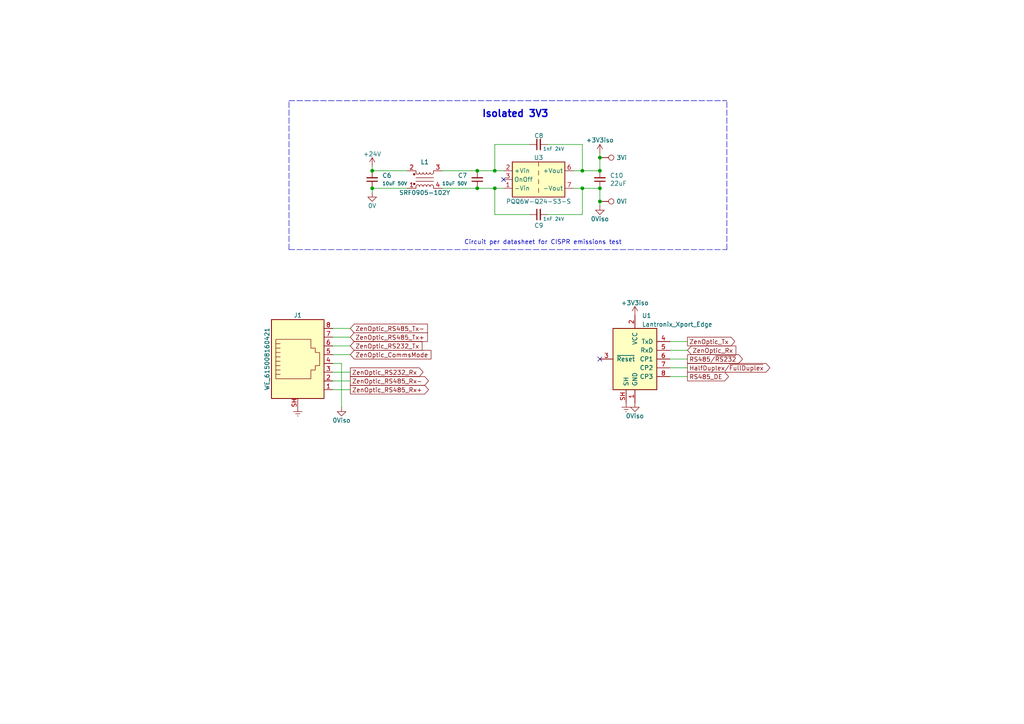
<source format=kicad_sch>
(kicad_sch (version 20211123) (generator eeschema)
  (paper "A4")
  (lib_symbols
    (symbol "Connector:8P8C_Shielded" (pin_names (offset 1.016))
      (property "Reference" "J" (at -5.08 13.97 0))
      (property "Value" "8P8C_Shielded" (at 2.54 13.97 0))
      (symbol "8P8C_Shielded_0_1"
        (polyline (pts (xy -5.08 4.445) (xy -6.35 4.445)))
        (polyline (pts (xy -5.08 5.715) (xy -6.35 5.715)))
        (polyline (pts (xy -6.35 -3.175) (xy -5.08 -3.175) (xy -5.08 -3.175)))
        (polyline (pts (xy -6.35 -1.905) (xy -5.08 -1.905) (xy -5.08 -1.905)))
        (polyline (pts (xy -6.35 -0.635) (xy -5.08 -0.635) (xy -5.08 -0.635)))
        (polyline (pts (xy -6.35 0.635) (xy -5.08 0.635) (xy -5.08 0.635)))
        (polyline (pts (xy -6.35 1.905) (xy -5.08 1.905) (xy -5.08 1.905)))
        (polyline (pts (xy -5.08 3.175) (xy -6.35 3.175) (xy -6.35 3.175)))
        (polyline (pts (xy -6.35 -4.445) (xy -6.35 6.985) (xy 3.81 6.985) (xy 3.81 4.445) (xy 5.08 4.445) (xy 5.08 3.175) (xy 6.35 3.175) (xy 6.35 -0.635) (xy 5.08 -0.635) (xy 5.08 -1.905) (xy 3.81 -1.905) (xy 3.81 -4.445) (xy -6.35 -4.445) (xy -6.35 -4.445)))
        (rectangle (start 7.62 12.7) (end -7.62 -10.16) (stroke (width 0.254)) (fill (type background)))
      )
      (symbol "8P8C_Shielded_1_1"
        (pin passive line (at 10.16 -7.62 180) (length 2.54) (name "~") (number "1"))
        (pin passive line (at 10.16 -5.08 180) (length 2.54) (name "~") (number "2"))
        (pin passive line (at 10.16 -2.54 180) (length 2.54) (name "~") (number "3"))
        (pin passive line (at 10.16 0 180) (length 2.54) (name "~") (number "4"))
        (pin passive line (at 10.16 2.54 180) (length 2.54) (name "~") (number "5"))
        (pin passive line (at 10.16 5.08 180) (length 2.54) (name "~") (number "6"))
        (pin passive line (at 10.16 7.62 180) (length 2.54) (name "~") (number "7"))
        (pin passive line (at 10.16 10.16 180) (length 2.54) (name "~") (number "8"))
        (pin passive line (at 0 -12.7 90) (length 2.54) (name "~") (number "SH"))
      )
    )
    (symbol "Connector:TestPoint" (pin_numbers hide) (pin_names (offset 0.762) hide)
      (property "Reference" "TP" (at 0 6.858 0))
      (property "Value" "TestPoint" (at 0 5.08 0))
      (symbol "TestPoint_0_1"
        (circle (center 0 3.302) (radius 0.762))
      )
      (symbol "TestPoint_1_1"
        (pin passive line (at 0 0 90) (length 2.54) (name "1") (number "1"))
      )
    )
    (symbol "Converter_DCDC:ITQ2424SA"
      (property "Reference" "PS" (at -7.62 6.35 0))
      (property "Value" "ITQ2424SA" (at 1.27 6.35 0))
      (symbol "ITQ2424SA_0_0"
        (pin power_in line (at -10.16 -2.54 0) (length 2.54) (name "-Vin") (number "1"))
        (pin power_in line (at -10.16 2.54 0) (length 2.54) (name "+Vin") (number "2"))
        (pin input line (at -10.16 0 0) (length 2.54) (name "OnOff") (number "3"))
        (pin no_connect line (at 0 5.08 270) (length 2.54) hide (name "NC") (number "5"))
        (pin power_out line (at 10.16 2.54 180) (length 2.54) (name "+Vout") (number "6"))
        (pin power_out line (at 10.16 -2.54 180) (length 2.54) (name "-Vout") (number "7"))
        (pin no_connect line (at 7.62 0 180) (length 2.54) hide (name "NC") (number "8"))
      )
      (symbol "ITQ2424SA_0_1"
        (rectangle (start -7.62 5.08) (end 7.62 -5.08) (stroke (width 0.254)) (fill (type background)))
        (polyline (pts (xy 0 -2.54) (xy 0 -3.81)))
        (polyline (pts (xy 0 0) (xy 0 -1.27)))
        (polyline (pts (xy 0 2.54) (xy 0 1.27)))
        (polyline (pts (xy 0 5.08) (xy 0 3.81)))
      )
    )
    (symbol "Device:C_Small" (pin_numbers hide) (pin_names (offset 0.254) hide)
      (property "Reference" "C" (at 0.254 1.778 0))
      (property "Value" "C_Small" (at 0.254 -2.032 0))
      (symbol "C_Small_0_1"
        (polyline (pts (xy -1.524 -0.508) (xy 1.524 -0.508)) (stroke (width 0.3302)))
        (polyline (pts (xy -1.524 0.508) (xy 1.524 0.508)) (stroke (width 0.3048)))
      )
      (symbol "C_Small_1_1"
        (pin passive line (at 0 2.54 270) (length 2.032) (name "~") (number "1"))
        (pin passive line (at 0 -2.54 90) (length 2.032) (name "~") (number "2"))
      )
    )
    (symbol "Device:EMI_Filter_LL_1423" (pin_names hide)
      (property "Reference" "FL" (at 0 4.445 0))
      (property "Value" "Device_EMI_Filter_LL_1423" (at 0 -4.445 0))
      (symbol "EMI_Filter_LL_1423_0_1"
        (circle (center -3.048 -1.27) (radius 0.254) (fill (type outline)))
        (circle (center -3.048 1.524) (radius 0.254) (fill (type outline)))
        (arc (start -2.54 2.032) (mid -2.032 1.524) (end -1.524 2.032))
        (arc (start -1.524 -2.032) (mid -2.032 -1.524) (end -2.54 -2.032))
        (arc (start -1.524 2.032) (mid -1.016 1.524) (end -0.508 2.032))
        (arc (start -0.508 -2.032) (mid -1.016 -1.524) (end -1.524 -2.032))
        (arc (start -0.508 2.032) (mid 0 1.524) (end 0.508 2.032))
        (polyline (pts (xy -2.54 -2.032) (xy -2.54 -2.54)))
        (polyline (pts (xy -2.54 0.508) (xy 2.54 0.508)))
        (polyline (pts (xy -2.54 2.032) (xy -2.54 2.54)))
        (polyline (pts (xy 2.54 -2.032) (xy 2.54 -2.54)))
        (polyline (pts (xy 2.54 -0.508) (xy -2.54 -0.508)))
        (polyline (pts (xy 2.54 2.54) (xy 2.54 2.032)))
        (arc (start 0.508 -2.032) (mid 0 -1.524) (end -0.508 -2.032))
        (arc (start 0.508 2.032) (mid 1.016 1.524) (end 1.524 2.032))
        (arc (start 1.524 -2.032) (mid 1.016 -1.524) (end 0.508 -2.032))
        (arc (start 1.524 2.032) (mid 2.032 1.524) (end 2.54 2.032))
        (arc (start 2.54 -2.032) (mid 2.032 -1.524) (end 1.524 -2.032))
      )
      (symbol "EMI_Filter_LL_1423_1_1"
        (pin passive line (at -5.08 -2.54 0) (length 2.54) (name "1") (number "1"))
        (pin passive line (at -5.08 2.54 0) (length 2.54) (name "2") (number "2"))
        (pin passive line (at 5.08 2.54 180) (length 2.54) (name "3") (number "3"))
        (pin passive line (at 5.08 -2.54 180) (length 2.54) (name "4") (number "4"))
      )
    )
    (symbol "OWE-Modules:Lantronix_Xport_Edge" (pin_names (offset 1.016))
      (property "Reference" "U" (at -6.35 10.16 0))
      (property "Value" "Lantronix_Xport_Edge" (at 0 -15.24 0))
      (symbol "Lantronix_Xport_Edge_1_1"
        (rectangle (start -6.35 8.89) (end 6.35 -8.89) (stroke (width 0.254)) (fill (type background)))
        (pin passive line (at 0 -12.7 90) (length 3.81) (name "GND") (number "1"))
        (pin power_in line (at 0 12.7 270) (length 3.81) (name "VCC") (number "2"))
        (pin output line (at -10.16 0 0) (length 3.81) (name "~{Reset}") (number "3"))
        (pin output line (at 10.16 5.08 180) (length 3.81) (name "TxD") (number "4"))
        (pin output line (at 10.16 2.54 180) (length 3.81) (name "RxD") (number "5"))
        (pin output line (at 10.16 0 180) (length 3.81) (name "CP1") (number "6"))
        (pin output line (at 10.16 -2.54 180) (length 3.81) (name "CP2") (number "7"))
        (pin output line (at 10.16 -5.08 180) (length 3.81) (name "CP3") (number "8"))
        (pin passive line (at -2.54 -12.7 90) (length 3.81) (name "SH") (number "SH"))
      )
    )
    (symbol "OWE-PowerSymbols:+3V3iso" (power) (pin_names (offset 0))
      (property "Value" "+3V3iso" (at 0 3.556 0))
      (symbol "+3V3iso_0_1"
        (polyline (pts (xy -0.762 1.27) (xy 0 2.54)))
        (polyline (pts (xy 0 0) (xy 0 2.54)))
        (polyline (pts (xy 0 2.54) (xy 0.762 1.27)))
      )
      (symbol "+3V3iso_1_1"
        (pin power_in line (at 0 0 90) (length 0) hide (name "+3V3iso") (number "1"))
      )
    )
    (symbol "OWE-PowerSymbols:0V" (power) (pin_names (offset 0))
      (property "Value" "0V" (at 0 -3.81 0))
      (symbol "0V_0_1"
        (polyline (pts (xy 0 0) (xy 0 -1.27) (xy 1.27 -1.27) (xy 0 -2.54) (xy -1.27 -1.27) (xy 0 -1.27)))
      )
      (symbol "0V_1_1"
        (pin power_in line (at 0 0 270) (length 0) hide (name "0V") (number "1"))
      )
    )
    (symbol "OWE-PowerSymbols:0Viso" (power) (pin_names (offset 0))
      (property "Value" "0Viso" (at 0 -3.81 0))
      (symbol "0Viso_0_1"
        (polyline (pts (xy 0 0) (xy 0 -1.27) (xy 1.27 -1.27) (xy 0 -2.54) (xy -1.27 -1.27) (xy 0 -1.27)))
      )
      (symbol "0Viso_1_1"
        (pin power_in line (at 0 0 270) (length 0) hide (name "0Viso") (number "1"))
      )
    )
    (symbol "power:+24V" (power) (pin_names (offset 0))
      (property "Value" "+24V" (at 0 3.556 0))
      (symbol "+24V_0_1"
        (polyline (pts (xy -0.762 1.27) (xy 0 2.54)))
        (polyline (pts (xy 0 0) (xy 0 2.54)))
        (polyline (pts (xy 0 2.54) (xy 0.762 1.27)))
      )
      (symbol "+24V_1_1"
        (pin power_in line (at 0 0 90) (length 0) hide (name "+24V") (number "1"))
      )
    )
    (symbol "power:Earth" (power) (pin_names (offset 0))
      (symbol "Earth_0_1"
        (polyline (pts (xy -0.635 -1.905) (xy 0.635 -1.905)))
        (polyline (pts (xy -0.127 -2.54) (xy 0.127 -2.54)))
        (polyline (pts (xy 0 -1.27) (xy 0 0)))
        (polyline (pts (xy 1.27 -1.27) (xy -1.27 -1.27)))
      )
      (symbol "Earth_1_1"
        (pin power_in line (at 0 0 270) (length 0) hide (name "Earth") (number "1"))
      )
    )
  )
  (junction (at 173.99 58.42))
  (junction (at 107.95 54.61))
  (junction (at 143.51 49.53))
  (junction (at 173.99 54.61))
  (junction (at 173.99 49.53))
  (junction (at 168.91 49.53))
  (junction (at 143.51 54.61))
  (junction (at 173.99 45.72))
  (junction (at 138.43 49.53))
  (junction (at 107.95 49.53))
  (junction (at 168.91 54.61))
  (junction (at 138.43 54.61))
  (no_connect (at 173.99 104.14))
  (no_connect (at 146.05 52.07))
  (wire (pts (xy 96.52 97.79) (xy 101.6 97.79)))
  (wire (pts (xy 166.37 49.53) (xy 168.91 49.53)))
  (polyline (pts (xy 83.82 72.39) (xy 83.82 29.21)))
  (wire (pts (xy 168.91 41.91) (xy 168.91 49.53)))
  (wire (pts (xy 168.91 49.53) (xy 173.99 49.53)))
  (wire (pts (xy 194.31 106.68) (xy 199.39 106.68)))
  (wire (pts (xy 96.52 107.95) (xy 101.6 107.95)))
  (wire (pts (xy 143.51 49.53) (xy 146.05 49.53)))
  (wire (pts (xy 173.99 44.45) (xy 173.99 45.72)))
  (wire (pts (xy 99.06 105.41) (xy 99.06 118.11)))
  (wire (pts (xy 194.31 104.14) (xy 199.39 104.14)))
  (wire (pts (xy 158.75 62.23) (xy 168.91 62.23)))
  (wire (pts (xy 96.52 110.49) (xy 101.6 110.49)))
  (wire (pts (xy 138.43 54.61) (xy 143.51 54.61)))
  (wire (pts (xy 107.95 49.53) (xy 118.11 49.53)))
  (wire (pts (xy 158.75 41.91) (xy 168.91 41.91)))
  (wire (pts (xy 96.52 95.25) (xy 101.6 95.25)))
  (wire (pts (xy 96.52 102.87) (xy 101.6 102.87)))
  (wire (pts (xy 173.99 54.61) (xy 173.99 58.42)))
  (wire (pts (xy 143.51 54.61) (xy 146.05 54.61)))
  (wire (pts (xy 107.95 54.61) (xy 118.11 54.61)))
  (wire (pts (xy 96.52 113.03) (xy 101.6 113.03)))
  (wire (pts (xy 96.52 100.33) (xy 101.6 100.33)))
  (wire (pts (xy 143.51 54.61) (xy 143.51 62.23)))
  (wire (pts (xy 107.95 54.61) (xy 107.95 55.88)))
  (polyline (pts (xy 210.82 72.39) (xy 210.82 29.21)))
  (wire (pts (xy 194.31 99.06) (xy 199.39 99.06)))
  (wire (pts (xy 194.31 101.6) (xy 199.39 101.6)))
  (wire (pts (xy 107.95 48.26) (xy 107.95 49.53)))
  (wire (pts (xy 173.99 45.72) (xy 173.99 49.53)))
  (wire (pts (xy 153.67 62.23) (xy 143.51 62.23)))
  (wire (pts (xy 128.27 49.53) (xy 138.43 49.53)))
  (wire (pts (xy 153.67 41.91) (xy 143.51 41.91)))
  (wire (pts (xy 168.91 54.61) (xy 168.91 62.23)))
  (polyline (pts (xy 83.82 72.39) (xy 210.82 72.39)))
  (wire (pts (xy 166.37 54.61) (xy 168.91 54.61)))
  (polyline (pts (xy 83.82 29.21) (xy 210.82 29.21)))
  (wire (pts (xy 128.27 54.61) (xy 138.43 54.61)))
  (wire (pts (xy 168.91 54.61) (xy 173.99 54.61)))
  (wire (pts (xy 143.51 41.91) (xy 143.51 49.53)))
  (wire (pts (xy 96.52 105.41) (xy 99.06 105.41)))
  (wire (pts (xy 138.43 49.53) (xy 143.51 49.53)))
  (wire (pts (xy 194.31 109.22) (xy 199.39 109.22)))
  (wire (pts (xy 173.99 58.42) (xy 173.99 59.69)))
  (text "Isolated 3V3" (at 139.7 34.29 0) (effects (font (size 2.0066 2.0066) (thickness 0.4013) bold) (justify left bottom)))
  (text "Circuit per datasheet for CISPR emissions test" (at 134.62 71.12 0) (effects (font (size 1.27 1.27)) (justify left bottom)))
  (global_label "ZenOptic_Rx" (shape input) (at 199.39 101.6 0) (property "Intersheet References" "${INTERSHEET_REFS}" (effects hide)))
  (global_label "ZenOptic_RS485_Tx+" (shape input) (at 101.6 97.79 0) (property "Intersheet References" "${INTERSHEET_REFS}" (effects hide)))
  (global_label "ZenOptic_RS232_Rx" (shape output) (at 101.6 107.95 0) (property "Intersheet References" "${INTERSHEET_REFS}" (effects hide)))
  (global_label "ZenOptic_Tx" (shape output) (at 199.39 99.06 0) (property "Intersheet References" "${INTERSHEET_REFS}" (effects hide)))
  (global_label "ZenOptic_RS485_Rx+" (shape output) (at 101.6 113.03 0) (property "Intersheet References" "${INTERSHEET_REFS}" (effects hide)))
  (global_label "RS485{slash}~{RS232}" (shape output) (at 199.39 104.14 0) (property "Intersheet References" "${INTERSHEET_REFS}" (effects hide)))
  (global_label "HalfDuplex{slash}~{FullDuplex}" (shape output) (at 199.39 106.68 0) (property "Intersheet References" "${INTERSHEET_REFS}" (effects hide)))
  (global_label "ZenOptic_RS232_Tx" (shape input) (at 101.6 100.33 0) (property "Intersheet References" "${INTERSHEET_REFS}" (effects hide)))
  (global_label "ZenOptic_RS485_Rx-" (shape output) (at 101.6 110.49 0) (property "Intersheet References" "${INTERSHEET_REFS}" (effects hide)))
  (global_label "ZenOptic_CommsMode" (shape input) (at 101.6 102.87 0) (property "Intersheet References" "${INTERSHEET_REFS}" (effects hide)))
  (global_label "ZenOptic_RS485_Tx-" (shape input) (at 101.6 95.25 0) (property "Intersheet References" "${INTERSHEET_REFS}" (effects hide)))
  (global_label "RS485_DE" (shape output) (at 199.39 109.22 0) (property "Intersheet References" "${INTERSHEET_REFS}" (effects hide)))
  (symbol (lib_id "Connector:TestPoint") (at 173.99 45.72 270) (unit 1)
    (property "Reference" "TP6" (effects hide))
    (property "Value" "3Vi" (at 178.7652 45.72 90) (effects (justify left)))
    (property "Footprint" "TestPoint:TestPoint_THTPad_D1.0mm_Drill0.5mm" (effects hide))
  )
  (symbol (lib_id "OWE-PowerSymbols:0Viso") (at 184.15 116.84 0) (unit 1)
    (property "Reference" "#PWR0105" (effects hide))
    (property "Value" "0Viso" (at 184.15 120.65 0))
  )
  (symbol (lib_id "power:Earth") (at 181.61 116.84 0) (unit 1)
    (property "Reference" "#PWR0104" (effects hide))
    (property "Value" "Earth" (effects hide))
  )
  (symbol (lib_id "OWE-PowerSymbols:0Viso") (at 99.06 118.11 0) (unit 1)
    (property "Reference" "#PWR0102" (effects hide))
    (property "Value" "0Viso" (at 99.06 121.92 0))
  )
  (symbol (lib_id "Device:C_Small") (at 156.21 41.91 90) (unit 1)
    (property "Reference" "C8" (at 154.94 39.37 90) (effects (justify right)))
    (property "Value" "1nF 2kV" (at 157.48 43.18 90) (effects (font (size 0.9906 0.9906)) (justify right)))
    (property "Footprint" "Capacitor_SMD:C_1206_3216Metric" (effects hide))
  )
  (symbol (lib_id "OWE-Modules:Lantronix_Xport_Edge") (at 184.15 104.14 0) (unit 1)
    (property "Reference" "U1" (at 186.1694 91.5502 0) (effects (justify left)))
    (property "Value" "Lantronix_Xport_Edge" (at 186.1694 94.0871 0) (effects (justify left)))
    (property "Footprint" "OWE-Modules:Lantronix_XPort_Edge" (effects hide))
  )
  (symbol (lib_id "Connector:8P8C_Shielded") (at 86.36 105.41 0) (unit 1)
    (property "Reference" "J1" (at 86.36 91.44 0))
    (property "Value" "WE_615008160421" (at 77.47 104.14 90))
    (property "Footprint" "OWE-Connectors:RJ45_WE_615008160421" (effects hide))
  )
  (symbol (lib_id "power:Earth") (at 86.36 118.11 0) (unit 1)
    (property "Reference" "#PWR0101" (effects hide))
    (property "Value" "Earth" (effects hide))
  )
  (symbol (lib_id "Device:C_Small") (at 107.95 52.07 180) (unit 1)
    (property "Reference" "C6" (at 110.871 50.9016 0) (effects (justify right)))
    (property "Value" "10uF 50V" (at 110.871 53.213 0) (effects (font (size 0.9906 0.9906)) (justify right)))
    (property "Footprint" "Capacitor_SMD:C_1210_3225Metric" (effects hide))
  )
  (symbol (lib_id "Connector:TestPoint") (at 173.99 58.42 270) (unit 1)
    (property "Reference" "TP7" (effects hide))
    (property "Value" "0Vi" (at 178.7652 58.42 90) (effects (justify left)))
    (property "Footprint" "TestPoint:TestPoint_THTPad_D1.0mm_Drill0.5mm" (effects hide))
  )
  (symbol (lib_id "OWE-PowerSymbols:+3V3iso") (at 184.15 91.44 0) (unit 1)
    (property "Reference" "#PWR0103" (effects hide))
    (property "Value" "+3V3iso" (at 184.15 87.8642 0))
  )
  (symbol (lib_id "Converter_DCDC:ITQ2424SA") (at 156.21 52.07 0) (unit 1)
    (property "Reference" "U3" (at 156.21 45.72 0))
    (property "Value" "PQQ6W-Q24-S3-S" (at 156.21 58.42 0))
    (property "Footprint" "Converter_DCDC:Converter_DCDC_TRACO_TMR-xxxx_THT" (effects hide))
    (property "Datasheet" "https://www.xppower.com/pdfs/SF_ITQ.pdf" (effects hide))
  )
  (symbol (lib_id "Device:C_Small") (at 138.43 52.07 0) (mirror x) (unit 1)
    (property "Reference" "C7" (at 135.509 50.9016 0) (effects (justify right)))
    (property "Value" "10uF 50V" (at 135.509 53.213 0) (effects (font (size 0.9906 0.9906)) (justify right)))
    (property "Footprint" "Capacitor_SMD:C_1210_3225Metric" (effects hide))
  )
  (symbol (lib_id "Device:C_Small") (at 173.99 52.07 180) (unit 1)
    (property "Reference" "C10" (at 176.911 50.9016 0) (effects (justify right)))
    (property "Value" "22uF" (at 176.911 53.213 0) (effects (justify right)))
    (property "Footprint" "Capacitor_SMD:C_1210_3225Metric" (effects hide))
  )
  (symbol (lib_id "OWE-PowerSymbols:0V") (at 107.95 55.88 0) (unit 1)
    (property "Reference" "#PWR0120" (effects hide))
    (property "Value" "0V" (at 107.95 59.69 0))
  )
  (symbol (lib_id "OWE-PowerSymbols:+3V3iso") (at 173.99 44.45 0) (unit 1)
    (property "Reference" "#PWR0122" (effects hide))
    (property "Value" "+3V3iso" (at 173.99 40.64 0))
  )
  (symbol (lib_id "OWE-PowerSymbols:0Viso") (at 173.99 59.69 0) (unit 1)
    (property "Reference" "#PWR0121" (effects hide))
    (property "Value" "0Viso" (at 173.99 63.5 0))
  )
  (symbol (lib_id "power:+24V") (at 107.95 48.26 0) (unit 1)
    (property "Reference" "#PWR0119" (effects hide))
    (property "Value" "+24V" (at 107.95 44.6842 0))
  )
  (symbol (lib_id "Device:C_Small") (at 156.21 62.23 90) (unit 1)
    (property "Reference" "C9" (at 154.94 65.405 90) (effects (justify right)))
    (property "Value" "1nF 2kV" (at 157.48 63.5 90) (effects (font (size 0.9906 0.9906)) (justify right)))
    (property "Footprint" "Capacitor_SMD:C_1206_3216Metric" (effects hide))
  )
  (symbol (lib_id "Device:EMI_Filter_LL_1423") (at 123.19 52.07 0) (unit 1)
    (property "Reference" "L1" (at 123.19 46.99 0))
    (property "Value" "SRF0905-102Y" (at 123.19 55.88 0))
    (property "Footprint" "OWE-Inductors:Filter_Bourns_SRF0905_6.0x9.2mm" (effects hide))
  )
)
</source>
